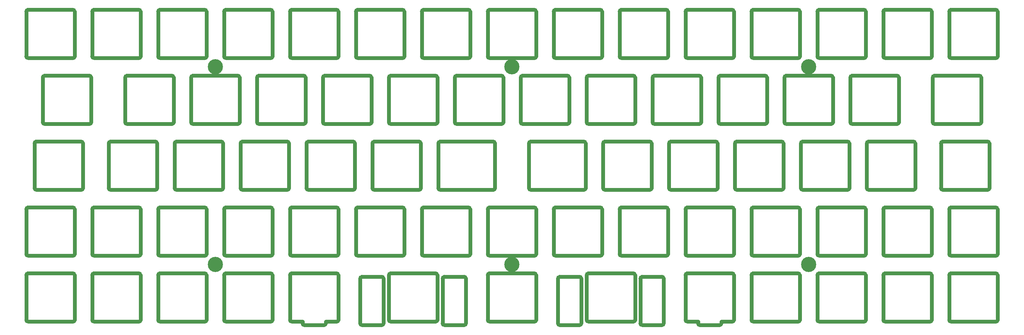
<source format=gbr>
%TF.GenerationSoftware,KiCad,Pcbnew,7.0.10*%
%TF.CreationDate,2024-02-11T20:50:25+01:00*%
%TF.ProjectId,katana60-pro-plate,6b617461-6e61-4363-902d-70726f2d706c,rev?*%
%TF.SameCoordinates,Original*%
%TF.FileFunction,Soldermask,Top*%
%TF.FilePolarity,Negative*%
%FSLAX46Y46*%
G04 Gerber Fmt 4.6, Leading zero omitted, Abs format (unit mm)*
G04 Created by KiCad (PCBNEW 7.0.10) date 2024-02-11 20:50:25*
%MOMM*%
%LPD*%
G01*
G04 APERTURE LIST*
%ADD10C,1.100000*%
%ADD11C,2.600000*%
%ADD12C,4.400000*%
G04 APERTURE END LIST*
D10*
%TO.C,S2*%
X219668750Y-151662501D02*
X219668750Y-164662501D01*
X220168750Y-151162501D02*
X225918750Y-151162501D01*
X220168750Y-165162501D02*
X225918750Y-165162501D01*
X226418750Y-151662501D02*
X226418750Y-164662501D01*
X227950000Y-150662500D02*
X227950000Y-163662500D01*
X228450000Y-164162500D02*
X241450000Y-164162500D01*
X241450000Y-150162500D02*
X228450000Y-150162500D01*
X241950000Y-163662500D02*
X241950000Y-150662500D01*
X243481250Y-151662501D02*
X243481250Y-164662501D01*
X243981250Y-151162501D02*
X249731250Y-151162501D01*
X243981250Y-165162501D02*
X249731250Y-165162501D01*
X250231250Y-151662501D02*
X250231250Y-164662501D01*
X220168750Y-151162501D02*
G75*
G03*
X219668750Y-151662501I1J-500001D01*
G01*
X219668750Y-164662501D02*
G75*
G03*
X220168750Y-165162501I500001J1D01*
G01*
X226418750Y-151662501D02*
G75*
G03*
X225918750Y-151162501I-499998J2D01*
G01*
X225918750Y-165162501D02*
G75*
G03*
X226418750Y-164662501I2J499998D01*
G01*
X228450000Y-150162500D02*
G75*
G03*
X227950000Y-150662500I-2J-499998D01*
G01*
X227952764Y-163661384D02*
G75*
G03*
X228452764Y-164161384I499998J-2D01*
G01*
X241950000Y-150662500D02*
G75*
G03*
X241450000Y-150162500I-500000J0D01*
G01*
X241450000Y-164162500D02*
G75*
G03*
X241950000Y-163662500I0J500000D01*
G01*
X243981250Y-151162450D02*
G75*
G03*
X243481250Y-151662501I50J-500050D01*
G01*
X243481299Y-164662501D02*
G75*
G03*
X243981250Y-165162501I500001J1D01*
G01*
X250231199Y-151662501D02*
G75*
G03*
X249731250Y-151162501I-499999J1D01*
G01*
X249731250Y-165162550D02*
G75*
G03*
X250231250Y-164662501I-50J500050D01*
G01*
%TO.C,S3*%
X142225000Y-150662500D02*
X142225000Y-163662500D01*
X142725000Y-164162500D02*
X145850000Y-164162500D01*
X145850000Y-164162500D02*
X145850000Y-164662501D01*
X146350000Y-165162501D02*
X152100000Y-165162501D01*
X152600000Y-164162500D02*
X152600000Y-164662501D01*
X152600000Y-164162500D02*
X155722236Y-164161384D01*
X155725000Y-150162500D02*
X142725000Y-150162500D01*
X156225000Y-163662500D02*
X156225000Y-150662500D01*
X199375000Y-150662500D02*
X199375000Y-163662500D01*
X199875000Y-164162500D02*
X212875000Y-164162500D01*
X212875000Y-150162500D02*
X199875000Y-150162500D01*
X213375000Y-163662500D02*
X213375000Y-150662500D01*
X256525000Y-150662500D02*
X256525000Y-163662500D01*
X257025000Y-164162500D02*
X260150605Y-164162500D01*
X260150000Y-164162500D02*
X260150000Y-164662501D01*
X260650000Y-165162501D02*
X266400000Y-165162501D01*
X266900000Y-164162500D02*
X266900000Y-164662501D01*
X266900000Y-164162500D02*
X270022236Y-164161384D01*
X270025000Y-150162500D02*
X257025000Y-150162500D01*
X270525000Y-163662500D02*
X270525000Y-150662500D01*
X142725000Y-150162500D02*
G75*
G03*
X142225000Y-150662500I-2J-499998D01*
G01*
X142227764Y-163661384D02*
G75*
G03*
X142727764Y-164161384I499998J-2D01*
G01*
X145850000Y-164662501D02*
G75*
G03*
X146350000Y-165162501I500001J1D01*
G01*
X152100000Y-165162501D02*
G75*
G03*
X152600000Y-164662501I-1J500001D01*
G01*
X156225000Y-150662500D02*
G75*
G03*
X155725000Y-150162500I-500001J-1D01*
G01*
X155725000Y-164162500D02*
G75*
G03*
X156225000Y-163662500I-1J500001D01*
G01*
X199875000Y-150162500D02*
G75*
G03*
X199375000Y-150662500I-2J-499998D01*
G01*
X199377764Y-163661384D02*
G75*
G03*
X199877764Y-164161384I499998J-2D01*
G01*
X213375000Y-150662500D02*
G75*
G03*
X212875000Y-150162500I-500000J0D01*
G01*
X212875000Y-164162500D02*
G75*
G03*
X213375000Y-163662500I0J500000D01*
G01*
X257025000Y-150162500D02*
G75*
G03*
X256525000Y-150662500I0J-500000D01*
G01*
X256527816Y-163661384D02*
G75*
G03*
X257027764Y-164161384I499984J-16D01*
G01*
X260149999Y-164662501D02*
G75*
G03*
X260650000Y-165162501I500001J1D01*
G01*
X266400000Y-165162500D02*
G75*
G03*
X266900000Y-164662501I0J500000D01*
G01*
X270525000Y-150662500D02*
G75*
G03*
X270025000Y-150162500I-500000J0D01*
G01*
X270025000Y-164162500D02*
G75*
G03*
X270525000Y-163662500I0J500000D01*
G01*
%TO.C,S1*%
X162518750Y-151662501D02*
X162518750Y-164662501D01*
X163018750Y-151162501D02*
X168768750Y-151162501D01*
X163018750Y-165162501D02*
X168768750Y-165162501D01*
X169268750Y-151662501D02*
X169268750Y-164662501D01*
X170800000Y-150662500D02*
X170800000Y-163662500D01*
X171300000Y-164162500D02*
X184300000Y-164162500D01*
X184300000Y-150162500D02*
X171300000Y-150162500D01*
X184800000Y-163662500D02*
X184800000Y-150662500D01*
X186331250Y-151662501D02*
X186331250Y-164662501D01*
X186831250Y-151162501D02*
X192581250Y-151162501D01*
X186831250Y-165162501D02*
X192581250Y-165162501D01*
X193081250Y-151662501D02*
X193081250Y-164662501D01*
X163018750Y-151162501D02*
G75*
G03*
X162518750Y-151662501I1J-500001D01*
G01*
X162518750Y-164662501D02*
G75*
G03*
X163018750Y-165162501I500001J1D01*
G01*
X169268750Y-151662501D02*
G75*
G03*
X168768750Y-151162501I-499998J2D01*
G01*
X168768750Y-165162501D02*
G75*
G03*
X169268750Y-164662501I2J499998D01*
G01*
X171300000Y-150162500D02*
G75*
G03*
X170800000Y-150662500I-2J-499998D01*
G01*
X170802764Y-163661384D02*
G75*
G03*
X171302764Y-164161384I499998J-2D01*
G01*
X184800000Y-150662500D02*
G75*
G03*
X184300000Y-150162500I-500000J0D01*
G01*
X184300000Y-164162500D02*
G75*
G03*
X184800000Y-163662500I0J500000D01*
G01*
X186831250Y-151162450D02*
G75*
G03*
X186331250Y-151662501I50J-500050D01*
G01*
X186331299Y-164662501D02*
G75*
G03*
X186831250Y-165162501I500001J1D01*
G01*
X193081199Y-151662501D02*
G75*
G03*
X192581250Y-151162501I-499999J1D01*
G01*
X192581250Y-165162550D02*
G75*
G03*
X193081250Y-164662501I-50J500050D01*
G01*
%TO.C,MX56*%
X270525000Y-144612500D02*
X270525000Y-131612500D01*
X270025000Y-131112500D02*
X257025000Y-131112500D01*
X257025000Y-145112500D02*
X270025000Y-145112500D01*
X256525000Y-131612500D02*
X256525000Y-144612500D01*
X270025000Y-145112500D02*
G75*
G03*
X270525000Y-144612500I-1J500001D01*
G01*
X270525000Y-131612500D02*
G75*
G03*
X270025000Y-131112500I-500001J-1D01*
G01*
X256527716Y-144611384D02*
G75*
G03*
X257027764Y-145111384I500084J84D01*
G01*
X257025000Y-131112500D02*
G75*
G03*
X256525000Y-131612500I0J-500000D01*
G01*
%TO.C,MX73*%
X308625000Y-163662500D02*
X308625000Y-150662500D01*
X308125000Y-150162500D02*
X295125000Y-150162500D01*
X295125000Y-164162500D02*
X308125000Y-164162500D01*
X294625000Y-150662500D02*
X294625000Y-163662500D01*
X308125000Y-164162500D02*
G75*
G03*
X308625000Y-163662500I-1J500001D01*
G01*
X308625000Y-150662500D02*
G75*
G03*
X308125000Y-150162500I-500001J-1D01*
G01*
X294627716Y-163661384D02*
G75*
G03*
X295127764Y-164161384I500084J84D01*
G01*
X295125000Y-150162500D02*
G75*
G03*
X294625000Y-150662500I0J-500000D01*
G01*
%TO.C,MX19*%
X146700000Y-106512500D02*
X146700000Y-93512500D01*
X146200000Y-93012500D02*
X133200000Y-93012500D01*
X133200000Y-107012500D02*
X146200000Y-107012500D01*
X132700000Y-93512500D02*
X132700000Y-106512500D01*
X146200000Y-107012500D02*
G75*
G03*
X146700000Y-106512500I-1J500001D01*
G01*
X146700000Y-93512500D02*
G75*
G03*
X146200000Y-93012500I-500001J-1D01*
G01*
X132702716Y-106511384D02*
G75*
G03*
X133202764Y-107011384I500084J84D01*
G01*
X133200000Y-93012500D02*
G75*
G03*
X132700000Y-93512500I0J-500000D01*
G01*
%TO.C,MX45*%
X344343750Y-125562500D02*
X344343750Y-112562500D01*
X343843750Y-112062500D02*
X330843750Y-112062500D01*
X330843750Y-126062500D02*
X343843750Y-126062500D01*
X330343750Y-112562500D02*
X330343750Y-125562500D01*
X343843750Y-126062500D02*
G75*
G03*
X344343750Y-125562500I-1J500001D01*
G01*
X344343750Y-112562500D02*
G75*
G03*
X343843750Y-112062500I-500001J-1D01*
G01*
X330346466Y-125561384D02*
G75*
G03*
X330846514Y-126061384I500084J84D01*
G01*
X330843750Y-112062500D02*
G75*
G03*
X330343750Y-112562500I0J-500000D01*
G01*
%TO.C,MX5*%
X156225000Y-87462500D02*
X156225000Y-74462500D01*
X155725000Y-73962500D02*
X142725000Y-73962500D01*
X142725000Y-87962500D02*
X155725000Y-87962500D01*
X142225000Y-74462500D02*
X142225000Y-87462500D01*
X155725000Y-87962500D02*
G75*
G03*
X156225000Y-87462500I-1J500001D01*
G01*
X156225000Y-74462500D02*
G75*
G03*
X155725000Y-73962500I-500001J-1D01*
G01*
X142227716Y-87461384D02*
G75*
G03*
X142727764Y-87961384I500084J84D01*
G01*
X142725000Y-73962500D02*
G75*
G03*
X142225000Y-74462500I0J-500000D01*
G01*
%TO.C,MX16*%
X84787500Y-106512500D02*
X84787500Y-93512500D01*
X84287500Y-93012500D02*
X71287500Y-93012500D01*
X71287500Y-107012500D02*
X84287500Y-107012500D01*
X70787500Y-93512500D02*
X70787500Y-106512500D01*
X84287500Y-107012500D02*
G75*
G03*
X84787500Y-106512500I-1J500001D01*
G01*
X84787500Y-93512500D02*
G75*
G03*
X84287500Y-93012500I-500001J-1D01*
G01*
X70790216Y-106511384D02*
G75*
G03*
X71290264Y-107011384I500084J84D01*
G01*
X71287500Y-93012500D02*
G75*
G03*
X70787500Y-93512500I0J-500000D01*
G01*
%TO.C,MX51*%
X175275000Y-144612500D02*
X175275000Y-131612500D01*
X174775000Y-131112500D02*
X161775000Y-131112500D01*
X161775000Y-145112500D02*
X174775000Y-145112500D01*
X161275000Y-131612500D02*
X161275000Y-144612500D01*
X174775000Y-145112500D02*
G75*
G03*
X175275000Y-144612500I-1J500001D01*
G01*
X175275000Y-131612500D02*
G75*
G03*
X174775000Y-131112500I-500001J-1D01*
G01*
X161277716Y-144611384D02*
G75*
G03*
X161777764Y-145111384I500084J84D01*
G01*
X161775000Y-131112500D02*
G75*
G03*
X161275000Y-131612500I0J-500000D01*
G01*
%TO.C,MX40*%
X246712500Y-125562500D02*
X246712500Y-112562500D01*
X246212500Y-112062500D02*
X233212500Y-112062500D01*
X233212500Y-126062500D02*
X246212500Y-126062500D01*
X232712500Y-112562500D02*
X232712500Y-125562500D01*
X246212500Y-126062500D02*
G75*
G03*
X246712500Y-125562500I-1J500001D01*
G01*
X246712500Y-112562500D02*
G75*
G03*
X246212500Y-112062500I-500001J-1D01*
G01*
X232715216Y-125561384D02*
G75*
G03*
X233215264Y-126061384I500084J84D01*
G01*
X233212500Y-112062500D02*
G75*
G03*
X232712500Y-112562500I0J-500000D01*
G01*
%TO.C,MX8*%
X213375000Y-87462500D02*
X213375000Y-74462500D01*
X212875000Y-73962500D02*
X199875000Y-73962500D01*
X199875000Y-87962500D02*
X212875000Y-87962500D01*
X199375000Y-74462500D02*
X199375000Y-87462500D01*
X212875000Y-87962500D02*
G75*
G03*
X213375000Y-87462500I-1J500001D01*
G01*
X213375000Y-74462500D02*
G75*
G03*
X212875000Y-73962500I-500001J-1D01*
G01*
X199377716Y-87461384D02*
G75*
G03*
X199877764Y-87961384I500084J84D01*
G01*
X199875000Y-73962500D02*
G75*
G03*
X199375000Y-74462500I0J-500000D01*
G01*
%TO.C,MX7*%
X194325000Y-87462500D02*
X194325000Y-74462500D01*
X193825000Y-73962500D02*
X180825000Y-73962500D01*
X180825000Y-87962500D02*
X193825000Y-87962500D01*
X180325000Y-74462500D02*
X180325000Y-87462500D01*
X193825000Y-87962500D02*
G75*
G03*
X194325000Y-87462500I-1J500001D01*
G01*
X194325000Y-74462500D02*
G75*
G03*
X193825000Y-73962500I-500001J-1D01*
G01*
X180327716Y-87461384D02*
G75*
G03*
X180827764Y-87961384I500084J84D01*
G01*
X180825000Y-73962500D02*
G75*
G03*
X180325000Y-74462500I0J-500000D01*
G01*
%TO.C,MX26*%
X261000000Y-106512500D02*
X261000000Y-93512500D01*
X260500000Y-93012500D02*
X247500000Y-93012500D01*
X247500000Y-107012500D02*
X260500000Y-107012500D01*
X247000000Y-93512500D02*
X247000000Y-106512500D01*
X260500000Y-107012500D02*
G75*
G03*
X261000000Y-106512500I-1J500001D01*
G01*
X261000000Y-93512500D02*
G75*
G03*
X260500000Y-93012500I-500001J-1D01*
G01*
X247002716Y-106511384D02*
G75*
G03*
X247502764Y-107011384I500084J84D01*
G01*
X247500000Y-93012500D02*
G75*
G03*
X247000000Y-93512500I0J-500000D01*
G01*
%TO.C,MX41*%
X265762500Y-125562500D02*
X265762500Y-112562500D01*
X265262500Y-112062500D02*
X252262500Y-112062500D01*
X252262500Y-126062500D02*
X265262500Y-126062500D01*
X251762500Y-112562500D02*
X251762500Y-125562500D01*
X265262500Y-126062500D02*
G75*
G03*
X265762500Y-125562500I-1J500001D01*
G01*
X265762500Y-112562500D02*
G75*
G03*
X265262500Y-112062500I-500001J-1D01*
G01*
X251765216Y-125561384D02*
G75*
G03*
X252265264Y-126061384I500084J84D01*
G01*
X252262500Y-112062500D02*
G75*
G03*
X251762500Y-112562500I0J-500000D01*
G01*
%TO.C,MX48*%
X118125000Y-144612500D02*
X118125000Y-131612500D01*
X117625000Y-131112500D02*
X104625000Y-131112500D01*
X104625000Y-145112500D02*
X117625000Y-145112500D01*
X104125000Y-131612500D02*
X104125000Y-144612500D01*
X117625000Y-145112500D02*
G75*
G03*
X118125000Y-144612500I-1J500001D01*
G01*
X118125000Y-131612500D02*
G75*
G03*
X117625000Y-131112500I-500001J-1D01*
G01*
X104127716Y-144611384D02*
G75*
G03*
X104627764Y-145111384I500084J84D01*
G01*
X104625000Y-131112500D02*
G75*
G03*
X104125000Y-131612500I0J-500000D01*
G01*
%TO.C,MX22*%
X203850000Y-106512500D02*
X203850000Y-93512500D01*
X203350000Y-93012500D02*
X190350000Y-93012500D01*
X190350000Y-107012500D02*
X203350000Y-107012500D01*
X189850000Y-93512500D02*
X189850000Y-106512500D01*
X203350000Y-107012500D02*
G75*
G03*
X203850000Y-106512500I-1J500001D01*
G01*
X203850000Y-93512500D02*
G75*
G03*
X203350000Y-93012500I-500001J-1D01*
G01*
X189852716Y-106511384D02*
G75*
G03*
X190352764Y-107011384I500084J84D01*
G01*
X190350000Y-93012500D02*
G75*
G03*
X189850000Y-93512500I0J-500000D01*
G01*
%TO.C,MX35*%
X160987500Y-125562500D02*
X160987500Y-112562500D01*
X160487500Y-112062500D02*
X147487500Y-112062500D01*
X147487500Y-126062500D02*
X160487500Y-126062500D01*
X146987500Y-112562500D02*
X146987500Y-125562500D01*
X160487500Y-126062500D02*
G75*
G03*
X160987500Y-125562500I-1J500001D01*
G01*
X160987500Y-112562500D02*
G75*
G03*
X160487500Y-112062500I-500001J-1D01*
G01*
X146990216Y-125561384D02*
G75*
G03*
X147490264Y-126061384I500084J84D01*
G01*
X147487500Y-112062500D02*
G75*
G03*
X146987500Y-112562500I0J-500000D01*
G01*
%TO.C,MX32*%
X103837500Y-125562500D02*
X103837500Y-112562500D01*
X103337500Y-112062500D02*
X90337500Y-112062500D01*
X90337500Y-126062500D02*
X103337500Y-126062500D01*
X89837500Y-112562500D02*
X89837500Y-125562500D01*
X103337500Y-126062500D02*
G75*
G03*
X103837500Y-125562500I-1J500001D01*
G01*
X103837500Y-112562500D02*
G75*
G03*
X103337500Y-112062500I-500001J-1D01*
G01*
X89840216Y-125561384D02*
G75*
G03*
X90340264Y-126061384I500084J84D01*
G01*
X90337500Y-112062500D02*
G75*
G03*
X89837500Y-112562500I0J-500000D01*
G01*
%TO.C,MX2*%
X85075000Y-74462500D02*
X85075000Y-87462500D01*
X85575000Y-87962500D02*
X98575000Y-87962500D01*
X98575000Y-73962500D02*
X85575000Y-73962500D01*
X99075000Y-87462500D02*
X99075000Y-74462500D01*
X85575000Y-73962500D02*
G75*
G03*
X85075000Y-74462500I1J-500001D01*
G01*
X85075000Y-87462500D02*
G75*
G03*
X85575000Y-87962500I500001J1D01*
G01*
X99072284Y-74463616D02*
G75*
G03*
X98572236Y-73963616I-500084J-84D01*
G01*
X98575000Y-87962500D02*
G75*
G03*
X99075000Y-87462500I0J500000D01*
G01*
%TO.C,MX14*%
X327675000Y-87462500D02*
X327675000Y-74462500D01*
X327175000Y-73962500D02*
X314175000Y-73962500D01*
X314175000Y-87962500D02*
X327175000Y-87962500D01*
X313675000Y-74462500D02*
X313675000Y-87462500D01*
X327175000Y-87962500D02*
G75*
G03*
X327675000Y-87462500I-1J500001D01*
G01*
X327675000Y-74462500D02*
G75*
G03*
X327175000Y-73962500I-500001J-1D01*
G01*
X313677716Y-87461384D02*
G75*
G03*
X314177764Y-87961384I500084J84D01*
G01*
X314175000Y-73962500D02*
G75*
G03*
X313675000Y-74462500I0J-500000D01*
G01*
%TO.C,MX54*%
X232425000Y-144612500D02*
X232425000Y-131612500D01*
X231925000Y-131112500D02*
X218925000Y-131112500D01*
X218925000Y-145112500D02*
X231925000Y-145112500D01*
X218425000Y-131612500D02*
X218425000Y-144612500D01*
X231925000Y-145112500D02*
G75*
G03*
X232425000Y-144612500I-1J500001D01*
G01*
X232425000Y-131612500D02*
G75*
G03*
X231925000Y-131112500I-500001J-1D01*
G01*
X218427716Y-144611384D02*
G75*
G03*
X218927764Y-145111384I500084J84D01*
G01*
X218925000Y-131112500D02*
G75*
G03*
X218425000Y-131612500I0J-500000D01*
G01*
%TO.C,MX10*%
X251475000Y-87462500D02*
X251475000Y-74462500D01*
X250975000Y-73962500D02*
X237975000Y-73962500D01*
X237975000Y-87962500D02*
X250975000Y-87962500D01*
X237475000Y-74462500D02*
X237475000Y-87462500D01*
X250975000Y-87962500D02*
G75*
G03*
X251475000Y-87462500I-1J500001D01*
G01*
X251475000Y-74462500D02*
G75*
G03*
X250975000Y-73962500I-500001J-1D01*
G01*
X237477716Y-87461384D02*
G75*
G03*
X237977764Y-87961384I500084J84D01*
G01*
X237975000Y-73962500D02*
G75*
G03*
X237475000Y-74462500I0J-500000D01*
G01*
%TO.C,MX20*%
X165750000Y-106512500D02*
X165750000Y-93512500D01*
X165250000Y-93012500D02*
X152250000Y-93012500D01*
X152250000Y-107012500D02*
X165250000Y-107012500D01*
X151750000Y-93512500D02*
X151750000Y-106512500D01*
X165250000Y-107012500D02*
G75*
G03*
X165750000Y-106512500I-1J500001D01*
G01*
X165750000Y-93512500D02*
G75*
G03*
X165250000Y-93012500I-500001J-1D01*
G01*
X151752716Y-106511384D02*
G75*
G03*
X152252764Y-107011384I500084J84D01*
G01*
X152250000Y-93012500D02*
G75*
G03*
X151750000Y-93512500I0J-500000D01*
G01*
%TO.C,MX42*%
X284812500Y-125562500D02*
X284812500Y-112562500D01*
X284312500Y-112062500D02*
X271312500Y-112062500D01*
X271312500Y-126062500D02*
X284312500Y-126062500D01*
X270812500Y-112562500D02*
X270812500Y-125562500D01*
X284312500Y-126062500D02*
G75*
G03*
X284812500Y-125562500I-1J500001D01*
G01*
X284812500Y-112562500D02*
G75*
G03*
X284312500Y-112062500I-500001J-1D01*
G01*
X270815216Y-125561384D02*
G75*
G03*
X271315264Y-126061384I500084J84D01*
G01*
X271312500Y-112062500D02*
G75*
G03*
X270812500Y-112562500I0J-500000D01*
G01*
%TO.C,MX24*%
X222900000Y-106512500D02*
X222900000Y-93512500D01*
X222400000Y-93012500D02*
X209400000Y-93012500D01*
X209400000Y-107012500D02*
X222400000Y-107012500D01*
X208900000Y-93512500D02*
X208900000Y-106512500D01*
X222400000Y-107012500D02*
G75*
G03*
X222900000Y-106512500I-1J500001D01*
G01*
X222900000Y-93512500D02*
G75*
G03*
X222400000Y-93012500I-500001J-1D01*
G01*
X208902716Y-106511384D02*
G75*
G03*
X209402764Y-107011384I500084J84D01*
G01*
X209400000Y-93012500D02*
G75*
G03*
X208900000Y-93512500I0J-500000D01*
G01*
%TO.C,MX12*%
X289575000Y-87462500D02*
X289575000Y-74462500D01*
X289075000Y-73962500D02*
X276075000Y-73962500D01*
X276075000Y-87962500D02*
X289075000Y-87962500D01*
X275575000Y-74462500D02*
X275575000Y-87462500D01*
X289075000Y-87962500D02*
G75*
G03*
X289575000Y-87462500I-1J500001D01*
G01*
X289575000Y-74462500D02*
G75*
G03*
X289075000Y-73962500I-500001J-1D01*
G01*
X275577716Y-87461384D02*
G75*
G03*
X276077764Y-87961384I500084J84D01*
G01*
X276075000Y-73962500D02*
G75*
G03*
X275575000Y-74462500I0J-500000D01*
G01*
%TO.C,MX46*%
X80025000Y-144612500D02*
X80025000Y-131612500D01*
X79525000Y-131112500D02*
X66525000Y-131112500D01*
X66525000Y-145112500D02*
X79525000Y-145112500D01*
X66025000Y-131612500D02*
X66025000Y-144612500D01*
X79525000Y-145112500D02*
G75*
G03*
X80025000Y-144612500I-1J500001D01*
G01*
X80025000Y-131612500D02*
G75*
G03*
X79525000Y-131112500I-500001J-1D01*
G01*
X66027716Y-144611384D02*
G75*
G03*
X66527764Y-145111384I500084J84D01*
G01*
X66525000Y-131112500D02*
G75*
G03*
X66025000Y-131612500I0J-500000D01*
G01*
%TO.C,MX15*%
X346725000Y-87462500D02*
X346725000Y-74462500D01*
X346225000Y-73962500D02*
X333225000Y-73962500D01*
X333225000Y-87962500D02*
X346225000Y-87962500D01*
X332725000Y-74462500D02*
X332725000Y-87462500D01*
X346225000Y-87962500D02*
G75*
G03*
X346725000Y-87462500I-1J500001D01*
G01*
X346725000Y-74462500D02*
G75*
G03*
X346225000Y-73962500I-500001J-1D01*
G01*
X332727716Y-87461384D02*
G75*
G03*
X333227764Y-87961384I500084J84D01*
G01*
X333225000Y-73962500D02*
G75*
G03*
X332725000Y-74462500I0J-500000D01*
G01*
%TO.C,MX50*%
X156225000Y-144612500D02*
X156225000Y-131612500D01*
X155725000Y-131112500D02*
X142725000Y-131112500D01*
X142725000Y-145112500D02*
X155725000Y-145112500D01*
X142225000Y-131612500D02*
X142225000Y-144612500D01*
X155725000Y-145112500D02*
G75*
G03*
X156225000Y-144612500I-1J500001D01*
G01*
X156225000Y-131612500D02*
G75*
G03*
X155725000Y-131112500I-500001J-1D01*
G01*
X142227716Y-144611384D02*
G75*
G03*
X142727764Y-145111384I500084J84D01*
G01*
X142725000Y-131112500D02*
G75*
G03*
X142225000Y-131612500I0J-500000D01*
G01*
%TO.C,MX1*%
X66025000Y-74462500D02*
X66025000Y-87462500D01*
X66525000Y-87962500D02*
X79525000Y-87962500D01*
X79525000Y-73962500D02*
X66525000Y-73962500D01*
X80025000Y-87462500D02*
X80025000Y-74462500D01*
X66525000Y-73962500D02*
G75*
G03*
X66025000Y-74462500I1J-500001D01*
G01*
X66025000Y-87462500D02*
G75*
G03*
X66525000Y-87962500I500001J1D01*
G01*
X80022284Y-74463616D02*
G75*
G03*
X79522236Y-73963616I-500084J-84D01*
G01*
X79525000Y-87962500D02*
G75*
G03*
X80025000Y-87462500I0J500000D01*
G01*
%TO.C,MX29*%
X318150000Y-106512500D02*
X318150000Y-93512500D01*
X317650000Y-93012500D02*
X304650000Y-93012500D01*
X304650000Y-107012500D02*
X317650000Y-107012500D01*
X304150000Y-93512500D02*
X304150000Y-106512500D01*
X317650000Y-107012500D02*
G75*
G03*
X318150000Y-106512500I-1J500001D01*
G01*
X318150000Y-93512500D02*
G75*
G03*
X317650000Y-93012500I-500001J-1D01*
G01*
X304152716Y-106511384D02*
G75*
G03*
X304652764Y-107011384I500084J84D01*
G01*
X304650000Y-93012500D02*
G75*
G03*
X304150000Y-93512500I0J-500000D01*
G01*
%TO.C,MX57*%
X289575000Y-144612500D02*
X289575000Y-131612500D01*
X289075000Y-131112500D02*
X276075000Y-131112500D01*
X276075000Y-145112500D02*
X289075000Y-145112500D01*
X275575000Y-131612500D02*
X275575000Y-144612500D01*
X289075000Y-145112500D02*
G75*
G03*
X289575000Y-144612500I-1J500001D01*
G01*
X289575000Y-131612500D02*
G75*
G03*
X289075000Y-131112500I-500001J-1D01*
G01*
X275577716Y-144611384D02*
G75*
G03*
X276077764Y-145111384I500084J84D01*
G01*
X276075000Y-131112500D02*
G75*
G03*
X275575000Y-131612500I0J-500000D01*
G01*
%TO.C,MX18*%
X127650000Y-106512500D02*
X127650000Y-93512500D01*
X127150000Y-93012500D02*
X114150000Y-93012500D01*
X114150000Y-107012500D02*
X127150000Y-107012500D01*
X113650000Y-93512500D02*
X113650000Y-106512500D01*
X127150000Y-107012500D02*
G75*
G03*
X127650000Y-106512500I-1J500001D01*
G01*
X127650000Y-93512500D02*
G75*
G03*
X127150000Y-93012500I-500001J-1D01*
G01*
X113652716Y-106511384D02*
G75*
G03*
X114152764Y-107011384I500084J84D01*
G01*
X114150000Y-93012500D02*
G75*
G03*
X113650000Y-93512500I0J-500000D01*
G01*
%TO.C,MX31*%
X82406250Y-125562500D02*
X82406250Y-112562500D01*
X81906250Y-112062500D02*
X68906250Y-112062500D01*
X68906250Y-126062500D02*
X81906250Y-126062500D01*
X68406250Y-112562500D02*
X68406250Y-125562500D01*
X81906250Y-126062500D02*
G75*
G03*
X82406250Y-125562500I-1J500001D01*
G01*
X82406250Y-112562500D02*
G75*
G03*
X81906250Y-112062500I-500001J-1D01*
G01*
X68408966Y-125561384D02*
G75*
G03*
X68909014Y-126061384I500084J84D01*
G01*
X68906250Y-112062500D02*
G75*
G03*
X68406250Y-112562500I0J-500000D01*
G01*
%TO.C,MX44*%
X322912500Y-125562500D02*
X322912500Y-112562500D01*
X322412500Y-112062500D02*
X309412500Y-112062500D01*
X309412500Y-126062500D02*
X322412500Y-126062500D01*
X308912500Y-112562500D02*
X308912500Y-125562500D01*
X322412500Y-126062500D02*
G75*
G03*
X322912500Y-125562500I-1J500001D01*
G01*
X322912500Y-112562500D02*
G75*
G03*
X322412500Y-112062500I-500001J-1D01*
G01*
X308915216Y-125561384D02*
G75*
G03*
X309415264Y-126061384I500084J84D01*
G01*
X309412500Y-112062500D02*
G75*
G03*
X308912500Y-112562500I0J-500000D01*
G01*
%TO.C,MX21*%
X184800000Y-106512500D02*
X184800000Y-93512500D01*
X184300000Y-93012500D02*
X171300000Y-93012500D01*
X171300000Y-107012500D02*
X184300000Y-107012500D01*
X170800000Y-93512500D02*
X170800000Y-106512500D01*
X184300000Y-107012500D02*
G75*
G03*
X184800000Y-106512500I-1J500001D01*
G01*
X184800000Y-93512500D02*
G75*
G03*
X184300000Y-93012500I-500001J-1D01*
G01*
X170802716Y-106511384D02*
G75*
G03*
X171302764Y-107011384I500084J84D01*
G01*
X171300000Y-93012500D02*
G75*
G03*
X170800000Y-93512500I0J-500000D01*
G01*
%TO.C,MX59*%
X327675000Y-144612500D02*
X327675000Y-131612500D01*
X327175000Y-131112500D02*
X314175000Y-131112500D01*
X314175000Y-145112500D02*
X327175000Y-145112500D01*
X313675000Y-131612500D02*
X313675000Y-144612500D01*
X327175000Y-145112500D02*
G75*
G03*
X327675000Y-144612500I-1J500001D01*
G01*
X327675000Y-131612500D02*
G75*
G03*
X327175000Y-131112500I-500001J-1D01*
G01*
X313677716Y-144611384D02*
G75*
G03*
X314177764Y-145111384I500084J84D01*
G01*
X314175000Y-131112500D02*
G75*
G03*
X313675000Y-131612500I0J-500000D01*
G01*
%TO.C,MX43*%
X303862500Y-125562500D02*
X303862500Y-112562500D01*
X303362500Y-112062500D02*
X290362500Y-112062500D01*
X290362500Y-126062500D02*
X303362500Y-126062500D01*
X289862500Y-112562500D02*
X289862500Y-125562500D01*
X303362500Y-126062500D02*
G75*
G03*
X303862500Y-125562500I-1J500001D01*
G01*
X303862500Y-112562500D02*
G75*
G03*
X303362500Y-112062500I-500001J-1D01*
G01*
X289865216Y-125561384D02*
G75*
G03*
X290365264Y-126061384I500084J84D01*
G01*
X290362500Y-112062500D02*
G75*
G03*
X289862500Y-112562500I0J-500000D01*
G01*
%TO.C,MX75*%
X346725000Y-163662500D02*
X346725000Y-150662500D01*
X346225000Y-150162500D02*
X333225000Y-150162500D01*
X333225000Y-164162500D02*
X346225000Y-164162500D01*
X332725000Y-150662500D02*
X332725000Y-163662500D01*
X346225000Y-164162500D02*
G75*
G03*
X346725000Y-163662500I-1J500001D01*
G01*
X346725000Y-150662500D02*
G75*
G03*
X346225000Y-150162500I-500001J-1D01*
G01*
X332727716Y-163661384D02*
G75*
G03*
X333227764Y-164161384I500084J84D01*
G01*
X333225000Y-150162500D02*
G75*
G03*
X332725000Y-150662500I0J-500000D01*
G01*
%TO.C,MX36*%
X180037500Y-125562500D02*
X180037500Y-112562500D01*
X179537500Y-112062500D02*
X166537500Y-112062500D01*
X166537500Y-126062500D02*
X179537500Y-126062500D01*
X166037500Y-112562500D02*
X166037500Y-125562500D01*
X179537500Y-126062500D02*
G75*
G03*
X180037500Y-125562500I-1J500001D01*
G01*
X180037500Y-112562500D02*
G75*
G03*
X179537500Y-112062500I-500001J-1D01*
G01*
X166040216Y-125561384D02*
G75*
G03*
X166540264Y-126061384I500084J84D01*
G01*
X166537500Y-112062500D02*
G75*
G03*
X166037500Y-112562500I0J-500000D01*
G01*
%TO.C,MX11*%
X270525000Y-87462500D02*
X270525000Y-74462500D01*
X270025000Y-73962500D02*
X257025000Y-73962500D01*
X257025000Y-87962500D02*
X270025000Y-87962500D01*
X256525000Y-74462500D02*
X256525000Y-87462500D01*
X270025000Y-87962500D02*
G75*
G03*
X270525000Y-87462500I-1J500001D01*
G01*
X270525000Y-74462500D02*
G75*
G03*
X270025000Y-73962500I-500001J-1D01*
G01*
X256527716Y-87461384D02*
G75*
G03*
X257027764Y-87961384I500084J84D01*
G01*
X257025000Y-73962500D02*
G75*
G03*
X256525000Y-74462500I0J-500000D01*
G01*
%TO.C,MX61*%
X80025000Y-163662500D02*
X80025000Y-150662500D01*
X79525000Y-150162500D02*
X66525000Y-150162500D01*
X66525000Y-164162500D02*
X79525000Y-164162500D01*
X66025000Y-150662500D02*
X66025000Y-163662500D01*
X79525000Y-164162500D02*
G75*
G03*
X80025000Y-163662500I-1J500001D01*
G01*
X80025000Y-150662500D02*
G75*
G03*
X79525000Y-150162500I-500001J-1D01*
G01*
X66027716Y-163661384D02*
G75*
G03*
X66527764Y-164161384I500084J84D01*
G01*
X66525000Y-150162500D02*
G75*
G03*
X66025000Y-150662500I0J-500000D01*
G01*
%TO.C,MX27*%
X280050000Y-106512500D02*
X280050000Y-93512500D01*
X279550000Y-93012500D02*
X266550000Y-93012500D01*
X266550000Y-107012500D02*
X279550000Y-107012500D01*
X266050000Y-93512500D02*
X266050000Y-106512500D01*
X279550000Y-107012500D02*
G75*
G03*
X280050000Y-106512500I-1J500001D01*
G01*
X280050000Y-93512500D02*
G75*
G03*
X279550000Y-93012500I-500001J-1D01*
G01*
X266052716Y-106511384D02*
G75*
G03*
X266552764Y-107011384I500084J84D01*
G01*
X266550000Y-93012500D02*
G75*
G03*
X266050000Y-93512500I0J-500000D01*
G01*
%TO.C,MX47*%
X99075000Y-144612500D02*
X99075000Y-131612500D01*
X98575000Y-131112500D02*
X85575000Y-131112500D01*
X85575000Y-145112500D02*
X98575000Y-145112500D01*
X85075000Y-131612500D02*
X85075000Y-144612500D01*
X98575000Y-145112500D02*
G75*
G03*
X99075000Y-144612500I-1J500001D01*
G01*
X99075000Y-131612500D02*
G75*
G03*
X98575000Y-131112500I-500001J-1D01*
G01*
X85077716Y-144611384D02*
G75*
G03*
X85577764Y-145111384I500084J84D01*
G01*
X85575000Y-131112500D02*
G75*
G03*
X85075000Y-131612500I0J-500000D01*
G01*
%TO.C,MX3*%
X118125000Y-87462500D02*
X118125000Y-74462500D01*
X117625000Y-73962500D02*
X104625000Y-73962500D01*
X104625000Y-87962500D02*
X117625000Y-87962500D01*
X104125000Y-74462500D02*
X104125000Y-87462500D01*
X117625000Y-87962500D02*
G75*
G03*
X118125000Y-87462500I-1J500001D01*
G01*
X118125000Y-74462500D02*
G75*
G03*
X117625000Y-73962500I-500001J-1D01*
G01*
X104127716Y-87461384D02*
G75*
G03*
X104627764Y-87961384I500084J84D01*
G01*
X104625000Y-73962500D02*
G75*
G03*
X104125000Y-74462500I0J-500000D01*
G01*
%TO.C,MX33*%
X122887500Y-125562500D02*
X122887500Y-112562500D01*
X122387500Y-112062500D02*
X109387500Y-112062500D01*
X109387500Y-126062500D02*
X122387500Y-126062500D01*
X108887500Y-112562500D02*
X108887500Y-125562500D01*
X122387500Y-126062500D02*
G75*
G03*
X122887500Y-125562500I-1J500001D01*
G01*
X122887500Y-112562500D02*
G75*
G03*
X122387500Y-112062500I-500001J-1D01*
G01*
X108890216Y-125561384D02*
G75*
G03*
X109390264Y-126061384I500084J84D01*
G01*
X109387500Y-112062500D02*
G75*
G03*
X108887500Y-112562500I0J-500000D01*
G01*
%TO.C,MX49*%
X137175000Y-144612500D02*
X137175000Y-131612500D01*
X136675000Y-131112500D02*
X123675000Y-131112500D01*
X123675000Y-145112500D02*
X136675000Y-145112500D01*
X123175000Y-131612500D02*
X123175000Y-144612500D01*
X136675000Y-145112500D02*
G75*
G03*
X137175000Y-144612500I-1J500001D01*
G01*
X137175000Y-131612500D02*
G75*
G03*
X136675000Y-131112500I-500001J-1D01*
G01*
X123177716Y-144611384D02*
G75*
G03*
X123677764Y-145111384I500084J84D01*
G01*
X123675000Y-131112500D02*
G75*
G03*
X123175000Y-131612500I0J-500000D01*
G01*
%TO.C,MX39_2*%
X211281250Y-112562500D02*
X211281250Y-125562500D01*
X211781250Y-126062500D02*
X227162500Y-126062500D01*
X227159736Y-112063616D02*
X211781250Y-112062500D01*
X227662500Y-125562500D02*
X227662500Y-112562500D01*
X211781250Y-112062500D02*
G75*
G03*
X211281250Y-112562500I1J-500001D01*
G01*
X211281250Y-125562500D02*
G75*
G03*
X211781250Y-126062500I500001J1D01*
G01*
X227659734Y-112563616D02*
G75*
G03*
X227159736Y-112063616I-500084J-84D01*
G01*
X227162500Y-126062550D02*
G75*
G03*
X227662500Y-125562500I-50J500050D01*
G01*
%TO.C,MX64*%
X137175000Y-163662500D02*
X137175000Y-150662500D01*
X136675000Y-150162500D02*
X123675000Y-150162500D01*
X123675000Y-164162500D02*
X136675000Y-164162500D01*
X123175000Y-150662500D02*
X123175000Y-163662500D01*
X136675000Y-164162500D02*
G75*
G03*
X137175000Y-163662500I-1J500001D01*
G01*
X137175000Y-150662500D02*
G75*
G03*
X136675000Y-150162500I-500001J-1D01*
G01*
X123177716Y-163661384D02*
G75*
G03*
X123677764Y-164161384I500084J84D01*
G01*
X123675000Y-150162500D02*
G75*
G03*
X123175000Y-150662500I0J-500000D01*
G01*
%TO.C,MX60*%
X346725000Y-144612500D02*
X346725000Y-131612500D01*
X346225000Y-131112500D02*
X333225000Y-131112500D01*
X333225000Y-145112500D02*
X346225000Y-145112500D01*
X332725000Y-131612500D02*
X332725000Y-144612500D01*
X346225000Y-145112500D02*
G75*
G03*
X346725000Y-144612500I-1J500001D01*
G01*
X346725000Y-131612500D02*
G75*
G03*
X346225000Y-131112500I-500001J-1D01*
G01*
X332727716Y-144611384D02*
G75*
G03*
X333227764Y-145111384I500084J84D01*
G01*
X333225000Y-131112500D02*
G75*
G03*
X332725000Y-131612500I0J-500000D01*
G01*
%TO.C,MX13*%
X308625000Y-87462500D02*
X308625000Y-74462500D01*
X308125000Y-73962500D02*
X295125000Y-73962500D01*
X295125000Y-87962500D02*
X308125000Y-87962500D01*
X294625000Y-74462500D02*
X294625000Y-87462500D01*
X308125000Y-87962500D02*
G75*
G03*
X308625000Y-87462500I-1J500001D01*
G01*
X308625000Y-74462500D02*
G75*
G03*
X308125000Y-73962500I-500001J-1D01*
G01*
X294627716Y-87461384D02*
G75*
G03*
X295127764Y-87961384I500084J84D01*
G01*
X295125000Y-73962500D02*
G75*
G03*
X294625000Y-74462500I0J-500000D01*
G01*
%TO.C,MX9*%
X232425000Y-87462500D02*
X232425000Y-74462500D01*
X231925000Y-73962500D02*
X218925000Y-73962500D01*
X218925000Y-87962500D02*
X231925000Y-87962500D01*
X218425000Y-74462500D02*
X218425000Y-87462500D01*
X231925000Y-87962500D02*
G75*
G03*
X232425000Y-87462500I-1J500001D01*
G01*
X232425000Y-74462500D02*
G75*
G03*
X231925000Y-73962500I-500001J-1D01*
G01*
X218427716Y-87461384D02*
G75*
G03*
X218927764Y-87961384I500084J84D01*
G01*
X218925000Y-73962500D02*
G75*
G03*
X218425000Y-74462500I0J-500000D01*
G01*
%TO.C,MX34*%
X141937500Y-125562500D02*
X141937500Y-112562500D01*
X141437500Y-112062500D02*
X128437500Y-112062500D01*
X128437500Y-126062500D02*
X141437500Y-126062500D01*
X127937500Y-112562500D02*
X127937500Y-125562500D01*
X141437500Y-126062500D02*
G75*
G03*
X141937500Y-125562500I-1J500001D01*
G01*
X141937500Y-112562500D02*
G75*
G03*
X141437500Y-112062500I-500001J-1D01*
G01*
X127940216Y-125561384D02*
G75*
G03*
X128440264Y-126061384I500084J84D01*
G01*
X128437500Y-112062500D02*
G75*
G03*
X127937500Y-112562500I0J-500000D01*
G01*
%TO.C,MX63*%
X118125000Y-163662500D02*
X118125000Y-150662500D01*
X117625000Y-150162500D02*
X104625000Y-150162500D01*
X104625000Y-164162500D02*
X117625000Y-164162500D01*
X104125000Y-150662500D02*
X104125000Y-163662500D01*
X117625000Y-164162500D02*
G75*
G03*
X118125000Y-163662500I-1J500001D01*
G01*
X118125000Y-150662500D02*
G75*
G03*
X117625000Y-150162500I-500001J-1D01*
G01*
X104127716Y-163661384D02*
G75*
G03*
X104627764Y-164161384I500084J84D01*
G01*
X104625000Y-150162500D02*
G75*
G03*
X104125000Y-150662500I0J-500000D01*
G01*
%TO.C,MX53*%
X213375000Y-144612500D02*
X213375000Y-131612500D01*
X212875000Y-131112500D02*
X199875000Y-131112500D01*
X199875000Y-145112500D02*
X212875000Y-145112500D01*
X199375000Y-131612500D02*
X199375000Y-144612500D01*
X212875000Y-145112500D02*
G75*
G03*
X213375000Y-144612500I-1J500001D01*
G01*
X213375000Y-131612500D02*
G75*
G03*
X212875000Y-131112500I-500001J-1D01*
G01*
X199377716Y-144611384D02*
G75*
G03*
X199877764Y-145111384I500084J84D01*
G01*
X199875000Y-131112500D02*
G75*
G03*
X199375000Y-131612500I0J-500000D01*
G01*
%TO.C,MX37_2*%
X185087500Y-112562500D02*
X185087500Y-125562500D01*
X185587500Y-126062500D02*
X200968750Y-126062500D01*
X200965986Y-112063616D02*
X185587500Y-112062500D01*
X201468750Y-125562500D02*
X201468750Y-112562500D01*
X185587500Y-112062500D02*
G75*
G03*
X185087500Y-112562500I1J-500001D01*
G01*
X185087500Y-125562500D02*
G75*
G03*
X185587500Y-126062500I500001J1D01*
G01*
X201466034Y-112563616D02*
G75*
G03*
X200965986Y-112063616I-500084J-84D01*
G01*
X200968750Y-126062500D02*
G75*
G03*
X201468750Y-125562500I0J500000D01*
G01*
%TO.C,MX74*%
X327675000Y-163662500D02*
X327675000Y-150662500D01*
X327175000Y-150162500D02*
X314175000Y-150162500D01*
X314175000Y-164162500D02*
X327175000Y-164162500D01*
X313675000Y-150662500D02*
X313675000Y-163662500D01*
X327175000Y-164162500D02*
G75*
G03*
X327675000Y-163662500I-1J500001D01*
G01*
X327675000Y-150662500D02*
G75*
G03*
X327175000Y-150162500I-500001J-1D01*
G01*
X313677716Y-163661384D02*
G75*
G03*
X314177764Y-164161384I500084J84D01*
G01*
X314175000Y-150162500D02*
G75*
G03*
X313675000Y-150662500I0J-500000D01*
G01*
%TO.C,MX4*%
X137175000Y-87462500D02*
X137175000Y-74462500D01*
X136675000Y-73962500D02*
X123675000Y-73962500D01*
X123675000Y-87962500D02*
X136675000Y-87962500D01*
X123175000Y-74462500D02*
X123175000Y-87462500D01*
X136675000Y-87962500D02*
G75*
G03*
X137175000Y-87462500I-1J500001D01*
G01*
X137175000Y-74462500D02*
G75*
G03*
X136675000Y-73962500I-500001J-1D01*
G01*
X123177716Y-87461384D02*
G75*
G03*
X123677764Y-87961384I500084J84D01*
G01*
X123675000Y-73962500D02*
G75*
G03*
X123175000Y-74462500I0J-500000D01*
G01*
%TO.C,MX52*%
X194325000Y-144612500D02*
X194325000Y-131612500D01*
X193825000Y-131112500D02*
X180825000Y-131112500D01*
X180825000Y-145112500D02*
X193825000Y-145112500D01*
X180325000Y-131612500D02*
X180325000Y-144612500D01*
X193825000Y-145112500D02*
G75*
G03*
X194325000Y-144612500I-1J500001D01*
G01*
X194325000Y-131612500D02*
G75*
G03*
X193825000Y-131112500I-500001J-1D01*
G01*
X180327716Y-144611384D02*
G75*
G03*
X180827764Y-145111384I500084J84D01*
G01*
X180825000Y-131112500D02*
G75*
G03*
X180325000Y-131612500I0J-500000D01*
G01*
%TO.C,MX55*%
X251475000Y-144612500D02*
X251475000Y-131612500D01*
X250975000Y-131112500D02*
X237975000Y-131112500D01*
X237975000Y-145112500D02*
X250975000Y-145112500D01*
X237475000Y-131612500D02*
X237475000Y-144612500D01*
X250975000Y-145112500D02*
G75*
G03*
X251475000Y-144612500I-1J500001D01*
G01*
X251475000Y-131612500D02*
G75*
G03*
X250975000Y-131112500I-500001J-1D01*
G01*
X237477716Y-144611384D02*
G75*
G03*
X237977764Y-145111384I500084J84D01*
G01*
X237975000Y-131112500D02*
G75*
G03*
X237475000Y-131612500I0J-500000D01*
G01*
%TO.C,MX25*%
X241950000Y-106512500D02*
X241950000Y-93512500D01*
X241450000Y-93012500D02*
X228450000Y-93012500D01*
X228450000Y-107012500D02*
X241450000Y-107012500D01*
X227950000Y-93512500D02*
X227950000Y-106512500D01*
X241450000Y-107012500D02*
G75*
G03*
X241950000Y-106512500I-1J500001D01*
G01*
X241950000Y-93512500D02*
G75*
G03*
X241450000Y-93012500I-500001J-1D01*
G01*
X227952716Y-106511384D02*
G75*
G03*
X228452764Y-107011384I500084J84D01*
G01*
X228450000Y-93012500D02*
G75*
G03*
X227950000Y-93512500I0J-500000D01*
G01*
%TO.C,MX72*%
X289575000Y-163662500D02*
X289575000Y-150662500D01*
X289075000Y-150162500D02*
X276075000Y-150162500D01*
X276075000Y-164162500D02*
X289075000Y-164162500D01*
X275575000Y-150662500D02*
X275575000Y-163662500D01*
X289075000Y-164162500D02*
G75*
G03*
X289575000Y-163662500I-1J500001D01*
G01*
X289575000Y-150662500D02*
G75*
G03*
X289075000Y-150162500I-500001J-1D01*
G01*
X275577716Y-163661384D02*
G75*
G03*
X276077764Y-164161384I500084J84D01*
G01*
X276075000Y-150162500D02*
G75*
G03*
X275575000Y-150662500I0J-500000D01*
G01*
%TO.C,MX30*%
X341962500Y-106512500D02*
X341962500Y-93512500D01*
X341462500Y-93012500D02*
X328462500Y-93012500D01*
X328462500Y-107012500D02*
X341462500Y-107012500D01*
X327962500Y-93512500D02*
X327962500Y-106512500D01*
X341462500Y-107012500D02*
G75*
G03*
X341962500Y-106512500I-1J500001D01*
G01*
X341962500Y-93512500D02*
G75*
G03*
X341462500Y-93012500I-500001J-1D01*
G01*
X327965216Y-106511384D02*
G75*
G03*
X328465264Y-107011384I500084J84D01*
G01*
X328462500Y-93012500D02*
G75*
G03*
X327962500Y-93512500I0J-500000D01*
G01*
%TO.C,MX58*%
X308625000Y-144612500D02*
X308625000Y-131612500D01*
X308125000Y-131112500D02*
X295125000Y-131112500D01*
X295125000Y-145112500D02*
X308125000Y-145112500D01*
X294625000Y-131612500D02*
X294625000Y-144612500D01*
X308125000Y-145112500D02*
G75*
G03*
X308625000Y-144612500I-1J500001D01*
G01*
X308625000Y-131612500D02*
G75*
G03*
X308125000Y-131112500I-500001J-1D01*
G01*
X294627716Y-144611384D02*
G75*
G03*
X295127764Y-145111384I500084J84D01*
G01*
X295125000Y-131112500D02*
G75*
G03*
X294625000Y-131612500I0J-500000D01*
G01*
%TO.C,MX17*%
X108600000Y-106512500D02*
X108600000Y-93512500D01*
X108100000Y-93012500D02*
X95100000Y-93012500D01*
X95100000Y-107012500D02*
X108100000Y-107012500D01*
X94600000Y-93512500D02*
X94600000Y-106512500D01*
X108100000Y-107012500D02*
G75*
G03*
X108600000Y-106512500I-1J500001D01*
G01*
X108600000Y-93512500D02*
G75*
G03*
X108100000Y-93012500I-500001J-1D01*
G01*
X94602716Y-106511384D02*
G75*
G03*
X95102764Y-107011384I500084J84D01*
G01*
X95100000Y-93012500D02*
G75*
G03*
X94600000Y-93512500I0J-500000D01*
G01*
%TO.C,MX28*%
X299100000Y-106512500D02*
X299100000Y-93512500D01*
X298600000Y-93012500D02*
X285600000Y-93012500D01*
X285600000Y-107012500D02*
X298600000Y-107012500D01*
X285100000Y-93512500D02*
X285100000Y-106512500D01*
X298600000Y-107012500D02*
G75*
G03*
X299100000Y-106512500I-1J500001D01*
G01*
X299100000Y-93512500D02*
G75*
G03*
X298600000Y-93012500I-500001J-1D01*
G01*
X285102716Y-106511384D02*
G75*
G03*
X285602764Y-107011384I500084J84D01*
G01*
X285600000Y-93012500D02*
G75*
G03*
X285100000Y-93512500I0J-500000D01*
G01*
%TO.C,MX62*%
X99075000Y-163662500D02*
X99075000Y-150662500D01*
X98575000Y-150162500D02*
X85575000Y-150162500D01*
X85575000Y-164162500D02*
X98575000Y-164162500D01*
X85075000Y-150662500D02*
X85075000Y-163662500D01*
X98575000Y-164162500D02*
G75*
G03*
X99075000Y-163662500I-1J500001D01*
G01*
X99075000Y-150662500D02*
G75*
G03*
X98575000Y-150162500I-500001J-1D01*
G01*
X85077716Y-163661384D02*
G75*
G03*
X85577764Y-164161384I500084J84D01*
G01*
X85575000Y-150162500D02*
G75*
G03*
X85075000Y-150662500I0J-500000D01*
G01*
%TO.C,MX6*%
X175275000Y-87462500D02*
X175275000Y-74462500D01*
X174775000Y-73962500D02*
X161775000Y-73962500D01*
X161775000Y-87962500D02*
X174775000Y-87962500D01*
X161275000Y-74462500D02*
X161275000Y-87462500D01*
X174775000Y-87962500D02*
G75*
G03*
X175275000Y-87462500I-1J500001D01*
G01*
X175275000Y-74462500D02*
G75*
G03*
X174775000Y-73962500I-500001J-1D01*
G01*
X161277716Y-87461384D02*
G75*
G03*
X161777764Y-87961384I500084J84D01*
G01*
X161775000Y-73962500D02*
G75*
G03*
X161275000Y-74462500I0J-500000D01*
G01*
%TD*%
D11*
%TO.C,H6*%
X292100000Y-147637500D03*
D12*
X292100000Y-147637500D03*
%TD*%
D11*
%TO.C,H1*%
X120650000Y-90487500D03*
D12*
X120650000Y-90487500D03*
%TD*%
D11*
%TO.C,H4*%
X120650000Y-147637500D03*
D12*
X120650000Y-147637500D03*
%TD*%
D11*
%TO.C,H3*%
X292100000Y-90487500D03*
D12*
X292100000Y-90487500D03*
%TD*%
D11*
%TO.C,H5*%
X206375000Y-147637500D03*
D12*
X206375000Y-147637500D03*
%TD*%
D11*
%TO.C,H2*%
X206375000Y-90487500D03*
D12*
X206375000Y-90487500D03*
%TD*%
M02*

</source>
